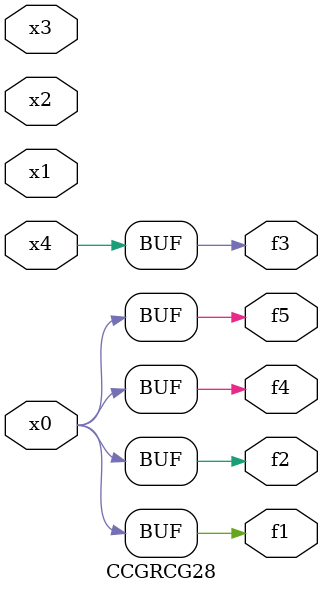
<source format=v>
module CCGRCG28(
	input x0, x1, x2, x3, x4,
	output f1, f2, f3, f4, f5
);
	assign f1 = x0;
	assign f2 = x0;
	assign f3 = x4;
	assign f4 = x0;
	assign f5 = x0;
endmodule

</source>
